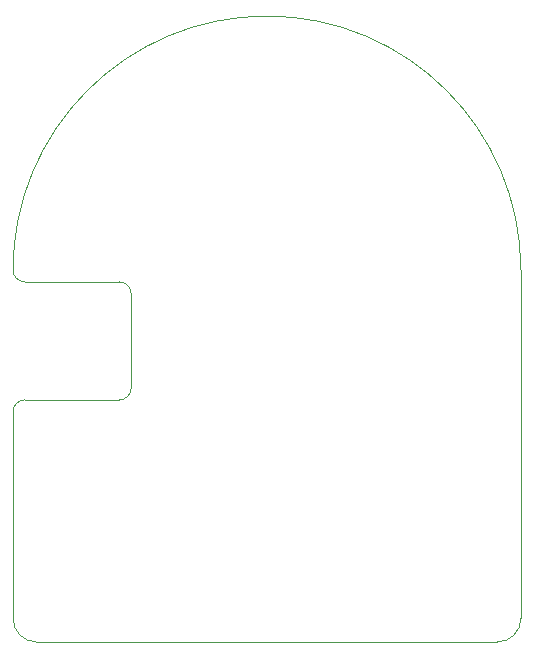
<source format=gbr>
%TF.GenerationSoftware,KiCad,Pcbnew,(5.1.6-0-10_14)*%
%TF.CreationDate,2020-07-27T20:59:48+02:00*%
%TF.ProjectId,DoorLightController,446f6f72-4c69-4676-9874-436f6e74726f,rev?*%
%TF.SameCoordinates,Original*%
%TF.FileFunction,Profile,NP*%
%FSLAX46Y46*%
G04 Gerber Fmt 4.6, Leading zero omitted, Abs format (unit mm)*
G04 Created by KiCad (PCBNEW (5.1.6-0-10_14)) date 2020-07-27 20:59:48*
%MOMM*%
%LPD*%
G01*
G04 APERTURE LIST*
%TA.AperFunction,Profile*%
%ADD10C,0.050000*%
%TD*%
G04 APERTURE END LIST*
D10*
X197500000Y-86000000D02*
X189500000Y-86000000D01*
X197500000Y-76000000D02*
X189500000Y-76000000D01*
X198500000Y-85000000D02*
X198500000Y-77000000D01*
X197500000Y-76000000D02*
G75*
G02*
X198500000Y-77000000I0J-1000000D01*
G01*
X198500000Y-85000000D02*
G75*
G02*
X197500000Y-86000000I-1000000J0D01*
G01*
X189500000Y-76000000D02*
G75*
G02*
X188500000Y-75000000I0J1000000D01*
G01*
X188500000Y-87000000D02*
G75*
G02*
X189500000Y-86000000I1000000J0D01*
G01*
X190500000Y-106500000D02*
G75*
G02*
X188500000Y-104500000I0J2000000D01*
G01*
X190500000Y-106500000D02*
X229500000Y-106500000D01*
X231500000Y-104500000D02*
X231500000Y-75000000D01*
X188500000Y-75000000D02*
G75*
G02*
X231500000Y-75000000I21500000J0D01*
G01*
X188500000Y-87000000D02*
X188500000Y-104500000D01*
X231500000Y-104500000D02*
G75*
G02*
X229500000Y-106500000I-2000000J0D01*
G01*
M02*

</source>
